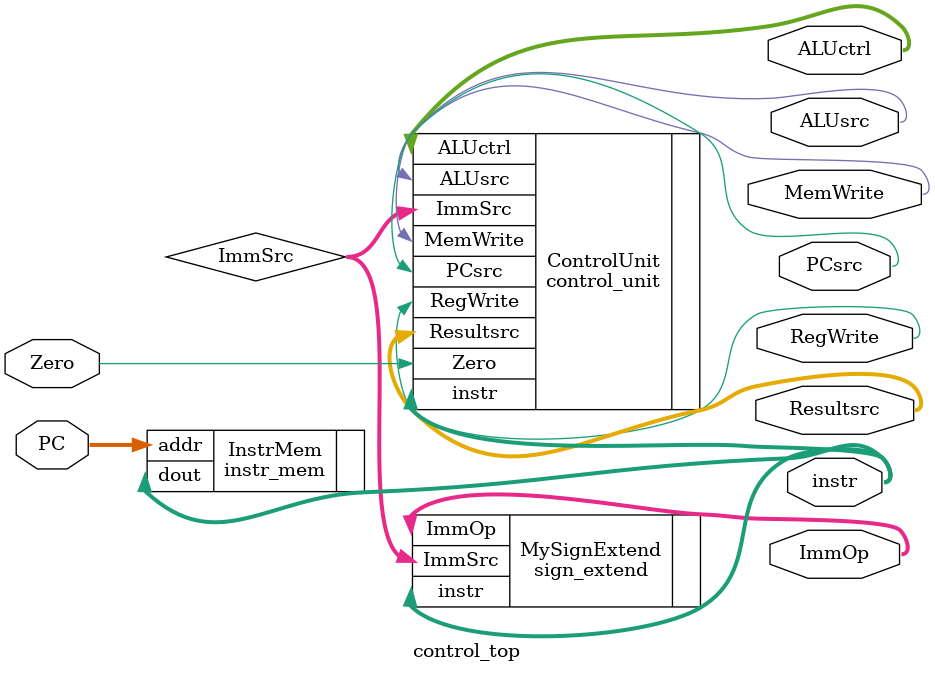
<source format=sv>
module control_top #(
    parameter   ADDRESS_WIDTH = 8,
    parameter   DATA_WIDTH = 32,
    parameter   CONTROL_WIDTH = 3
)(
     input  logic [DATA_WIDTH-1:0]          PC, //8b
     input  logic                           Zero, //1b
     output logic [DATA_WIDTH-1:0]          instr,//32b
     output logic                           RegWrite, //1b
     output logic                           MemWrite, //1b
     output logic [CONTROL_WIDTH-1:0]       Resultsrc, //3b
     output logic [CONTROL_WIDTH-1:0]       ALUctrl, //3b
     output logic                           ALUsrc, //1b
     output logic                           PCsrc, //1b
     output logic [DATA_WIDTH-1:0]          ImmOp //32b
     //output logic [DATA_WIDTH-1:0]       Instruction2


);

    logic [1:0]       ImmSrc;

control_unit ControlUnit(
    .Zero           (Zero),
    .instr          (instr),
    .RegWrite       (RegWrite),
    .MemWrite       (MemWrite),
    .Resultsrc      (Resultsrc),
    .ALUctrl        (ALUctrl),
    .ALUsrc         (ALUsrc),
    .ImmSrc         (ImmSrc),
    .PCsrc          (PCsrc)

);

instr_mem InstrMem(
    .addr(PC),
    .dout(instr)
);

sign_extend MySignExtend(
    .instr(instr),
    .ImmSrc(ImmSrc),
    .ImmOp(ImmOp)
);

endmodule 

</source>
